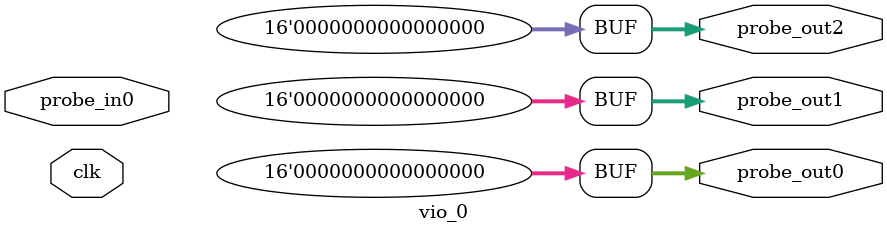
<source format=v>
`timescale 1ns / 1ps
module vio_0 (
clk,
probe_in0,
probe_out0,
probe_out1,
probe_out2
);

input clk;
input [31 : 0] probe_in0;

output reg [15 : 0] probe_out0 = 'h0000 ;
output reg [15 : 0] probe_out1 = 'h0000 ;
output reg [15 : 0] probe_out2 = 'h0000 ;


endmodule

</source>
